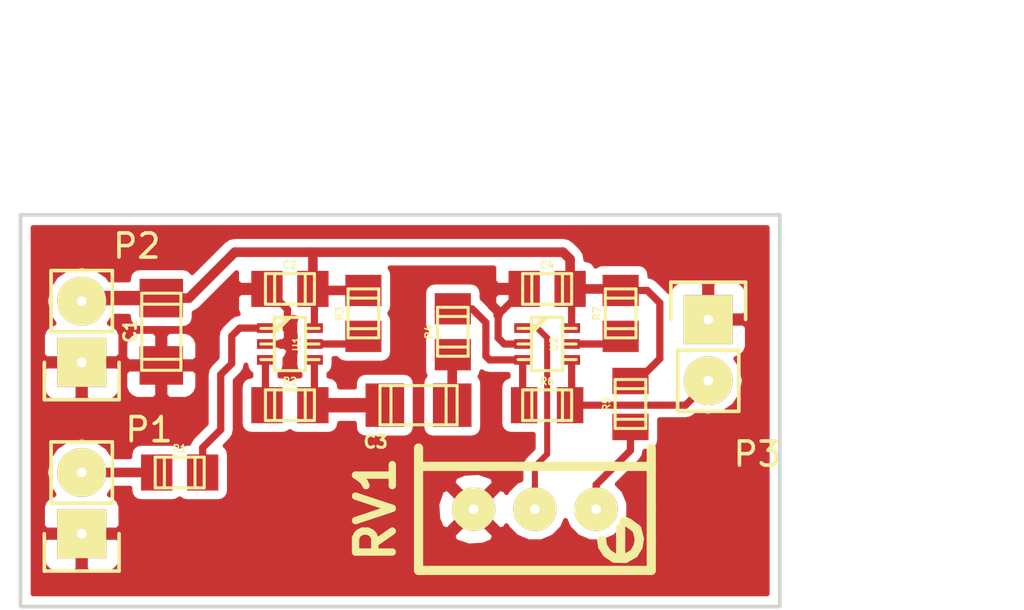
<source format=kicad_pcb>
(kicad_pcb (version 4) (host pcbnew 4.0.2-stable)

  (general
    (links 30)
    (no_connects 0)
    (area 120.795 74.092999 154.4672 90.499001)
    (thickness 1.6)
    (drawings 6)
    (tracks 79)
    (zones 0)
    (modules 17)
    (nets 14)
  )

  (page A4)
  (layers
    (0 F.Cu signal)
    (31 B.Cu signal)
    (32 B.Adhes user)
    (33 F.Adhes user)
    (34 B.Paste user)
    (35 F.Paste user)
    (36 B.SilkS user)
    (37 F.SilkS user)
    (38 B.Mask user)
    (39 F.Mask user)
    (40 Dwgs.User user)
    (41 Cmts.User user)
    (42 Eco1.User user)
    (43 Eco2.User user)
    (44 Edge.Cuts user)
    (45 Margin user)
    (46 B.CrtYd user)
    (47 F.CrtYd user)
    (48 B.Fab user)
    (49 F.Fab user)
  )

  (setup
    (last_trace_width 0.3)
    (user_trace_width 0.3)
    (user_trace_width 0.4)
    (user_trace_width 0.6)
    (user_trace_width 0.8)
    (user_trace_width 1)
    (trace_clearance 0.2)
    (zone_clearance 0.35)
    (zone_45_only yes)
    (trace_min 0.2)
    (segment_width 0.2)
    (edge_width 0.15)
    (via_size 0.6)
    (via_drill 0.4)
    (via_min_size 0.4)
    (via_min_drill 0.3)
    (user_via 0.8 0.3)
    (user_via 1 0.3)
    (user_via 1.2 0.3)
    (uvia_size 0.3)
    (uvia_drill 0.1)
    (uvias_allowed no)
    (uvia_min_size 0.2)
    (uvia_min_drill 0.1)
    (pcb_text_width 0.3)
    (pcb_text_size 1.5 1.5)
    (mod_edge_width 0.15)
    (mod_text_size 1 1)
    (mod_text_width 0.15)
    (pad_size 1.1 1.4986)
    (pad_drill 0)
    (pad_to_mask_clearance 0.2)
    (aux_axis_origin 0 0)
    (visible_elements FFFFFF7F)
    (pcbplotparams
      (layerselection 0x00000_00000001)
      (usegerberextensions false)
      (excludeedgelayer false)
      (linewidth 0.100000)
      (plotframeref false)
      (viasonmask false)
      (mode 1)
      (useauxorigin false)
      (hpglpennumber 1)
      (hpglpenspeed 20)
      (hpglpendiameter 15)
      (hpglpenoverlay 2)
      (psnegative false)
      (psa4output false)
      (plotreference false)
      (plotvalue false)
      (plotinvisibletext false)
      (padsonsilk false)
      (subtractmaskfromsilk false)
      (outputformat 2)
      (mirror false)
      (drillshape 2)
      (scaleselection 1)
      (outputdirectory ""))
  )

  (net 0 "")
  (net 1 +5V)
  (net 2 GND)
  (net 3 "Net-(C3-Pad1)")
  (net 4 "Net-(C3-Pad2)")
  (net 5 "Net-(P1-Pad2)")
  (net 6 "Net-(P3-Pad2)")
  (net 7 "Net-(R1-Pad1)")
  (net 8 "Net-(R2-Pad2)")
  (net 9 "Net-(R3-Pad2)")
  (net 10 "Net-(R4-Pad1)")
  (net 11 "Net-(R5-Pad2)")
  (net 12 "Net-(R7-Pad2)")
  (net 13 "Net-(RV1-Pad2)")

  (net_class Default "This is the default net class."
    (clearance 0.2)
    (trace_width 0.25)
    (via_dia 0.6)
    (via_drill 0.4)
    (uvia_dia 0.3)
    (uvia_drill 0.1)
    (add_net +5V)
    (add_net GND)
    (add_net "Net-(C3-Pad1)")
    (add_net "Net-(C3-Pad2)")
    (add_net "Net-(P1-Pad2)")
    (add_net "Net-(P3-Pad2)")
    (add_net "Net-(R1-Pad1)")
    (add_net "Net-(R2-Pad2)")
    (add_net "Net-(R3-Pad2)")
    (add_net "Net-(R4-Pad1)")
    (add_net "Net-(R5-Pad2)")
    (add_net "Net-(R7-Pad2)")
    (add_net "Net-(RV1-Pad2)")
  )

  (module w_smd_cap:c_1206 (layer F.Cu) (tedit 490473F0) (tstamp 572F5D0C)
    (at 127.762 79.0194 90)
    (descr "SMT capacitor, 1206")
    (path /572F494B)
    (fp_text reference C1 (at 0.0254 -1.2954 90) (layer F.SilkS)
      (effects (font (size 0.50038 0.50038) (thickness 0.11938)))
    )
    (fp_text value 1u (at 0 1.27 90) (layer F.SilkS) hide
      (effects (font (size 0.50038 0.50038) (thickness 0.11938)))
    )
    (fp_line (start 1.143 0.8128) (end 1.143 -0.8128) (layer F.SilkS) (width 0.127))
    (fp_line (start -1.143 -0.8128) (end -1.143 0.8128) (layer F.SilkS) (width 0.127))
    (fp_line (start -1.6002 -0.8128) (end -1.6002 0.8128) (layer F.SilkS) (width 0.127))
    (fp_line (start -1.6002 0.8128) (end 1.6002 0.8128) (layer F.SilkS) (width 0.127))
    (fp_line (start 1.6002 0.8128) (end 1.6002 -0.8128) (layer F.SilkS) (width 0.127))
    (fp_line (start 1.6002 -0.8128) (end -1.6002 -0.8128) (layer F.SilkS) (width 0.127))
    (pad 1 smd rect (at 1.397 0 90) (size 1.6002 1.8034) (layers F.Cu F.Paste F.Mask)
      (net 1 +5V))
    (pad 2 smd rect (at -1.397 0 90) (size 1.6002 1.8034) (layers F.Cu F.Paste F.Mask)
      (net 2 GND))
    (model walter\smd_cap\c_1206.wrl
      (at (xyz 0 0 0))
      (scale (xyz 1 1 1))
      (rotate (xyz 0 0 0))
    )
  )

  (module w_smd_cap:c_0805 (layer F.Cu) (tedit 49047394) (tstamp 572F5D12)
    (at 133.096 77.2414)
    (descr "SMT capacitor, 0805")
    (path /572F4C5E)
    (fp_text reference C2 (at 0 -0.9906) (layer F.SilkS)
      (effects (font (size 0.29972 0.29972) (thickness 0.06096)))
    )
    (fp_text value 100n (at 0 0.9906) (layer F.SilkS) hide
      (effects (font (size 0.29972 0.29972) (thickness 0.06096)))
    )
    (fp_line (start 0.635 -0.635) (end 0.635 0.635) (layer F.SilkS) (width 0.127))
    (fp_line (start -0.635 -0.635) (end -0.635 0.6096) (layer F.SilkS) (width 0.127))
    (fp_line (start -1.016 -0.635) (end 1.016 -0.635) (layer F.SilkS) (width 0.127))
    (fp_line (start 1.016 -0.635) (end 1.016 0.635) (layer F.SilkS) (width 0.127))
    (fp_line (start 1.016 0.635) (end -1.016 0.635) (layer F.SilkS) (width 0.127))
    (fp_line (start -1.016 0.635) (end -1.016 -0.635) (layer F.SilkS) (width 0.127))
    (pad 1 smd rect (at 0.9525 0) (size 1.30048 1.4986) (layers F.Cu F.Paste F.Mask)
      (net 1 +5V))
    (pad 2 smd rect (at -0.9525 0) (size 1.30048 1.4986) (layers F.Cu F.Paste F.Mask)
      (net 2 GND))
    (model walter\smd_cap\c_0805.wrl
      (at (xyz 0 0 0))
      (scale (xyz 1 1 1))
      (rotate (xyz 0 0 0))
    )
  )

  (module w_smd_cap:c_1206 (layer F.Cu) (tedit 572F6447) (tstamp 572F5D18)
    (at 138.43 82.0674 180)
    (descr "SMT capacitor, 1206")
    (path /572F4EB2)
    (fp_text reference C3 (at 1.778 -1.524 180) (layer F.SilkS)
      (effects (font (size 0.50038 0.50038) (thickness 0.11938)))
    )
    (fp_text value >1u (at 0 1.27 180) (layer F.SilkS) hide
      (effects (font (size 0.50038 0.50038) (thickness 0.11938)))
    )
    (fp_line (start 1.143 0.8128) (end 1.143 -0.8128) (layer F.SilkS) (width 0.127))
    (fp_line (start -1.143 -0.8128) (end -1.143 0.8128) (layer F.SilkS) (width 0.127))
    (fp_line (start -1.6002 -0.8128) (end -1.6002 0.8128) (layer F.SilkS) (width 0.127))
    (fp_line (start -1.6002 0.8128) (end 1.6002 0.8128) (layer F.SilkS) (width 0.127))
    (fp_line (start 1.6002 0.8128) (end 1.6002 -0.8128) (layer F.SilkS) (width 0.127))
    (fp_line (start 1.6002 -0.8128) (end -1.6002 -0.8128) (layer F.SilkS) (width 0.127))
    (pad 1 smd rect (at 1.397 0 180) (size 1.6002 1.8034) (layers F.Cu F.Paste F.Mask)
      (net 3 "Net-(C3-Pad1)"))
    (pad 2 smd rect (at -1.397 0 180) (size 1.6002 1.8034) (layers F.Cu F.Paste F.Mask)
      (net 4 "Net-(C3-Pad2)"))
    (model walter\smd_cap\c_1206.wrl
      (at (xyz 0 0 0))
      (scale (xyz 1 1 1))
      (rotate (xyz 0 0 0))
    )
  )

  (module w_smd_cap:c_0805 (layer F.Cu) (tedit 49047394) (tstamp 572F5D1E)
    (at 143.764 77.2414)
    (descr "SMT capacitor, 0805")
    (path /572F56A6)
    (fp_text reference C4 (at 0 -0.9906) (layer F.SilkS)
      (effects (font (size 0.29972 0.29972) (thickness 0.06096)))
    )
    (fp_text value 100n (at 0 0.9906) (layer F.SilkS) hide
      (effects (font (size 0.29972 0.29972) (thickness 0.06096)))
    )
    (fp_line (start 0.635 -0.635) (end 0.635 0.635) (layer F.SilkS) (width 0.127))
    (fp_line (start -0.635 -0.635) (end -0.635 0.6096) (layer F.SilkS) (width 0.127))
    (fp_line (start -1.016 -0.635) (end 1.016 -0.635) (layer F.SilkS) (width 0.127))
    (fp_line (start 1.016 -0.635) (end 1.016 0.635) (layer F.SilkS) (width 0.127))
    (fp_line (start 1.016 0.635) (end -1.016 0.635) (layer F.SilkS) (width 0.127))
    (fp_line (start -1.016 0.635) (end -1.016 -0.635) (layer F.SilkS) (width 0.127))
    (pad 1 smd rect (at 0.9525 0) (size 1.30048 1.4986) (layers F.Cu F.Paste F.Mask)
      (net 1 +5V))
    (pad 2 smd rect (at -0.9525 0) (size 1.30048 1.4986) (layers F.Cu F.Paste F.Mask)
      (net 2 GND))
    (model walter\smd_cap\c_0805.wrl
      (at (xyz 0 0 0))
      (scale (xyz 1 1 1))
      (rotate (xyz 0 0 0))
    )
  )

  (module Pin_Headers:Pin_Header_Straight_1x02 (layer F.Cu) (tedit 572F6127) (tstamp 572F5D24)
    (at 124.46 87.4014 180)
    (descr "Through hole pin header")
    (tags "pin header")
    (path /572F4AA6)
    (fp_text reference P1 (at -2.794 4.318 180) (layer F.SilkS)
      (effects (font (size 1 1) (thickness 0.15)))
    )
    (fp_text value SIG_IN (at 2.54 1.27 270) (layer F.Fab)
      (effects (font (size 1 1) (thickness 0.15)))
    )
    (fp_line (start 1.27 1.27) (end 1.27 3.81) (layer F.SilkS) (width 0.15))
    (fp_line (start 1.55 -1.55) (end 1.55 0) (layer F.SilkS) (width 0.15))
    (fp_line (start -1.75 -1.75) (end -1.75 4.3) (layer F.CrtYd) (width 0.05))
    (fp_line (start 1.75 -1.75) (end 1.75 4.3) (layer F.CrtYd) (width 0.05))
    (fp_line (start -1.75 -1.75) (end 1.75 -1.75) (layer F.CrtYd) (width 0.05))
    (fp_line (start -1.75 4.3) (end 1.75 4.3) (layer F.CrtYd) (width 0.05))
    (fp_line (start 1.27 1.27) (end -1.27 1.27) (layer F.SilkS) (width 0.15))
    (fp_line (start -1.55 0) (end -1.55 -1.55) (layer F.SilkS) (width 0.15))
    (fp_line (start -1.55 -1.55) (end 1.55 -1.55) (layer F.SilkS) (width 0.15))
    (fp_line (start -1.27 1.27) (end -1.27 3.81) (layer F.SilkS) (width 0.15))
    (fp_line (start -1.27 3.81) (end 1.27 3.81) (layer F.SilkS) (width 0.15))
    (pad 1 thru_hole rect (at 0 0 180) (size 2.032 2.032) (drill 0.4) (layers *.Cu *.Mask F.SilkS)
      (net 2 GND))
    (pad 2 thru_hole oval (at 0 2.54 180) (size 2.032 2.032) (drill 0.4) (layers *.Cu *.Mask F.SilkS)
      (net 5 "Net-(P1-Pad2)"))
    (model Pin_Headers.3dshapes/Pin_Header_Straight_1x02.wrl
      (at (xyz 0 -0.05 0))
      (scale (xyz 1 1 1))
      (rotate (xyz 0 0 90))
    )
  )

  (module Pin_Headers:Pin_Header_Straight_1x02 (layer F.Cu) (tedit 572F6433) (tstamp 572F5D2A)
    (at 124.46 80.2894 180)
    (descr "Through hole pin header")
    (tags "pin header")
    (path /572F481A)
    (fp_text reference P2 (at -2.286 4.826 180) (layer F.SilkS)
      (effects (font (size 1 1) (thickness 0.15)))
    )
    (fp_text value POWER (at 2.54 1.27 270) (layer F.Fab)
      (effects (font (size 1 1) (thickness 0.15)))
    )
    (fp_line (start 1.27 1.27) (end 1.27 3.81) (layer F.SilkS) (width 0.15))
    (fp_line (start 1.55 -1.55) (end 1.55 0) (layer F.SilkS) (width 0.15))
    (fp_line (start -1.75 -1.75) (end -1.75 4.3) (layer F.CrtYd) (width 0.05))
    (fp_line (start 1.75 -1.75) (end 1.75 4.3) (layer F.CrtYd) (width 0.05))
    (fp_line (start -1.75 -1.75) (end 1.75 -1.75) (layer F.CrtYd) (width 0.05))
    (fp_line (start -1.75 4.3) (end 1.75 4.3) (layer F.CrtYd) (width 0.05))
    (fp_line (start 1.27 1.27) (end -1.27 1.27) (layer F.SilkS) (width 0.15))
    (fp_line (start -1.55 0) (end -1.55 -1.55) (layer F.SilkS) (width 0.15))
    (fp_line (start -1.55 -1.55) (end 1.55 -1.55) (layer F.SilkS) (width 0.15))
    (fp_line (start -1.27 1.27) (end -1.27 3.81) (layer F.SilkS) (width 0.15))
    (fp_line (start -1.27 3.81) (end 1.27 3.81) (layer F.SilkS) (width 0.15))
    (pad 1 thru_hole rect (at 0 0 180) (size 2.032 2.032) (drill 0.4) (layers *.Cu *.Mask F.SilkS)
      (net 2 GND))
    (pad 2 thru_hole oval (at 0 2.54 180) (size 2.032 2.032) (drill 0.4) (layers *.Cu *.Mask F.SilkS)
      (net 1 +5V))
    (model Pin_Headers.3dshapes/Pin_Header_Straight_1x02.wrl
      (at (xyz 0 -0.05 0))
      (scale (xyz 1 1 1))
      (rotate (xyz 0 0 90))
    )
  )

  (module Pin_Headers:Pin_Header_Straight_1x02 (layer F.Cu) (tedit 572F6437) (tstamp 572F5D30)
    (at 150.4442 78.5114)
    (descr "Through hole pin header")
    (tags "pin header")
    (path /572F52E4)
    (fp_text reference P3 (at 2.032 5.588) (layer F.SilkS)
      (effects (font (size 1 1) (thickness 0.15)))
    )
    (fp_text value SIG_OUT (at 3.048 1.524 90) (layer F.Fab)
      (effects (font (size 1 1) (thickness 0.15)))
    )
    (fp_line (start 1.27 1.27) (end 1.27 3.81) (layer F.SilkS) (width 0.15))
    (fp_line (start 1.55 -1.55) (end 1.55 0) (layer F.SilkS) (width 0.15))
    (fp_line (start -1.75 -1.75) (end -1.75 4.3) (layer F.CrtYd) (width 0.05))
    (fp_line (start 1.75 -1.75) (end 1.75 4.3) (layer F.CrtYd) (width 0.05))
    (fp_line (start -1.75 -1.75) (end 1.75 -1.75) (layer F.CrtYd) (width 0.05))
    (fp_line (start -1.75 4.3) (end 1.75 4.3) (layer F.CrtYd) (width 0.05))
    (fp_line (start 1.27 1.27) (end -1.27 1.27) (layer F.SilkS) (width 0.15))
    (fp_line (start -1.55 0) (end -1.55 -1.55) (layer F.SilkS) (width 0.15))
    (fp_line (start -1.55 -1.55) (end 1.55 -1.55) (layer F.SilkS) (width 0.15))
    (fp_line (start -1.27 1.27) (end -1.27 3.81) (layer F.SilkS) (width 0.15))
    (fp_line (start -1.27 3.81) (end 1.27 3.81) (layer F.SilkS) (width 0.15))
    (pad 1 thru_hole rect (at 0 0) (size 2.032 2.032) (drill 0.4) (layers *.Cu *.Mask F.SilkS)
      (net 2 GND))
    (pad 2 thru_hole oval (at 0 2.54) (size 2.032 2.032) (drill 0.4) (layers *.Cu *.Mask F.SilkS)
      (net 6 "Net-(P3-Pad2)"))
    (model Pin_Headers.3dshapes/Pin_Header_Straight_1x02.wrl
      (at (xyz 0 -0.05 0))
      (scale (xyz 1 1 1))
      (rotate (xyz 0 0 90))
    )
  )

  (module w_smd_resistors:r_0805 (layer F.Cu) (tedit 49047384) (tstamp 572F5D36)
    (at 128.524 84.8614)
    (descr "SMT resistor, 0805")
    (path /572F4589)
    (fp_text reference R1 (at 0 -0.9906) (layer F.SilkS)
      (effects (font (size 0.29972 0.29972) (thickness 0.06096)))
    )
    (fp_text value 10k (at 0 0.9906) (layer F.SilkS) hide
      (effects (font (size 0.29972 0.29972) (thickness 0.06096)))
    )
    (fp_line (start 0.635 -0.635) (end 0.635 0.635) (layer F.SilkS) (width 0.127))
    (fp_line (start -0.635 -0.635) (end -0.635 0.6096) (layer F.SilkS) (width 0.127))
    (fp_line (start -1.016 -0.635) (end 1.016 -0.635) (layer F.SilkS) (width 0.127))
    (fp_line (start 1.016 -0.635) (end 1.016 0.635) (layer F.SilkS) (width 0.127))
    (fp_line (start 1.016 0.635) (end -1.016 0.635) (layer F.SilkS) (width 0.127))
    (fp_line (start -1.016 0.635) (end -1.016 -0.635) (layer F.SilkS) (width 0.127))
    (pad 1 smd rect (at 0.9525 0) (size 1.30048 1.4986) (layers F.Cu F.Paste F.Mask)
      (net 7 "Net-(R1-Pad1)"))
    (pad 2 smd rect (at -0.9525 0) (size 1.30048 1.4986) (layers F.Cu F.Paste F.Mask)
      (net 5 "Net-(P1-Pad2)"))
    (model walter/smd_resistors/r_0805.wrl
      (at (xyz 0 0 0))
      (scale (xyz 1 1 1))
      (rotate (xyz 0 0 0))
    )
  )

  (module w_smd_resistors:r_0805 (layer F.Cu) (tedit 49047384) (tstamp 572F5D3C)
    (at 133.096 82.0674)
    (descr "SMT resistor, 0805")
    (path /572F45B6)
    (fp_text reference R2 (at 0 -0.9906) (layer F.SilkS)
      (effects (font (size 0.29972 0.29972) (thickness 0.06096)))
    )
    (fp_text value 10k (at 0 0.9906) (layer F.SilkS) hide
      (effects (font (size 0.29972 0.29972) (thickness 0.06096)))
    )
    (fp_line (start 0.635 -0.635) (end 0.635 0.635) (layer F.SilkS) (width 0.127))
    (fp_line (start -0.635 -0.635) (end -0.635 0.6096) (layer F.SilkS) (width 0.127))
    (fp_line (start -1.016 -0.635) (end 1.016 -0.635) (layer F.SilkS) (width 0.127))
    (fp_line (start 1.016 -0.635) (end 1.016 0.635) (layer F.SilkS) (width 0.127))
    (fp_line (start 1.016 0.635) (end -1.016 0.635) (layer F.SilkS) (width 0.127))
    (fp_line (start -1.016 0.635) (end -1.016 -0.635) (layer F.SilkS) (width 0.127))
    (pad 1 smd rect (at 0.9525 0) (size 1.30048 1.4986) (layers F.Cu F.Paste F.Mask)
      (net 3 "Net-(C3-Pad1)"))
    (pad 2 smd rect (at -0.9525 0) (size 1.30048 1.4986) (layers F.Cu F.Paste F.Mask)
      (net 8 "Net-(R2-Pad2)"))
    (model walter/smd_resistors/r_0805.wrl
      (at (xyz 0 0 0))
      (scale (xyz 1 1 1))
      (rotate (xyz 0 0 0))
    )
  )

  (module w_smd_resistors:r_0805 (layer F.Cu) (tedit 49047384) (tstamp 572F5D42)
    (at 136.144 78.2574 90)
    (descr "SMT resistor, 0805")
    (path /572F44C4)
    (fp_text reference R3 (at 0 -0.9906 90) (layer F.SilkS)
      (effects (font (size 0.29972 0.29972) (thickness 0.06096)))
    )
    (fp_text value 0 (at 0 0.9906 90) (layer F.SilkS) hide
      (effects (font (size 0.29972 0.29972) (thickness 0.06096)))
    )
    (fp_line (start 0.635 -0.635) (end 0.635 0.635) (layer F.SilkS) (width 0.127))
    (fp_line (start -0.635 -0.635) (end -0.635 0.6096) (layer F.SilkS) (width 0.127))
    (fp_line (start -1.016 -0.635) (end 1.016 -0.635) (layer F.SilkS) (width 0.127))
    (fp_line (start 1.016 -0.635) (end 1.016 0.635) (layer F.SilkS) (width 0.127))
    (fp_line (start 1.016 0.635) (end -1.016 0.635) (layer F.SilkS) (width 0.127))
    (fp_line (start -1.016 0.635) (end -1.016 -0.635) (layer F.SilkS) (width 0.127))
    (pad 1 smd rect (at 0.9525 0 90) (size 1.30048 1.4986) (layers F.Cu F.Paste F.Mask)
      (net 1 +5V))
    (pad 2 smd rect (at -0.9525 0 90) (size 1.30048 1.4986) (layers F.Cu F.Paste F.Mask)
      (net 9 "Net-(R3-Pad2)"))
    (model walter/smd_resistors/r_0805.wrl
      (at (xyz 0 0 0))
      (scale (xyz 1 1 1))
      (rotate (xyz 0 0 0))
    )
  )

  (module w_smd_resistors:r_0805 (layer F.Cu) (tedit 49047384) (tstamp 572F5D48)
    (at 139.8524 79.0194 90)
    (descr "SMT resistor, 0805")
    (path /572F5051)
    (fp_text reference R4 (at 0 -0.9906 90) (layer F.SilkS)
      (effects (font (size 0.29972 0.29972) (thickness 0.06096)))
    )
    (fp_text value 1k (at 0 0.9906 90) (layer F.SilkS) hide
      (effects (font (size 0.29972 0.29972) (thickness 0.06096)))
    )
    (fp_line (start 0.635 -0.635) (end 0.635 0.635) (layer F.SilkS) (width 0.127))
    (fp_line (start -0.635 -0.635) (end -0.635 0.6096) (layer F.SilkS) (width 0.127))
    (fp_line (start -1.016 -0.635) (end 1.016 -0.635) (layer F.SilkS) (width 0.127))
    (fp_line (start 1.016 -0.635) (end 1.016 0.635) (layer F.SilkS) (width 0.127))
    (fp_line (start 1.016 0.635) (end -1.016 0.635) (layer F.SilkS) (width 0.127))
    (fp_line (start -1.016 0.635) (end -1.016 -0.635) (layer F.SilkS) (width 0.127))
    (pad 1 smd rect (at 0.9525 0 90) (size 1.30048 1.4986) (layers F.Cu F.Paste F.Mask)
      (net 10 "Net-(R4-Pad1)"))
    (pad 2 smd rect (at -0.9525 0 90) (size 1.30048 1.4986) (layers F.Cu F.Paste F.Mask)
      (net 4 "Net-(C3-Pad2)"))
    (model walter/smd_resistors/r_0805.wrl
      (at (xyz 0 0 0))
      (scale (xyz 1 1 1))
      (rotate (xyz 0 0 0))
    )
  )

  (module w_smd_resistors:r_0805 (layer F.Cu) (tedit 572F68DE) (tstamp 572F5D4E)
    (at 147.2184 82.0166 90)
    (descr "SMT resistor, 0805")
    (path /572F59AA)
    (fp_text reference R5 (at 0 -0.9906 90) (layer F.SilkS)
      (effects (font (size 0.29972 0.29972) (thickness 0.06096)))
    )
    (fp_text value 470 (at 0 0.9906 90) (layer F.SilkS) hide
      (effects (font (size 0.29972 0.29972) (thickness 0.06096)))
    )
    (fp_line (start 0.635 -0.635) (end 0.635 0.635) (layer F.SilkS) (width 0.127))
    (fp_line (start -0.635 -0.635) (end -0.635 0.6096) (layer F.SilkS) (width 0.127))
    (fp_line (start -1.016 -0.635) (end 1.016 -0.635) (layer F.SilkS) (width 0.127))
    (fp_line (start 1.016 -0.635) (end 1.016 0.635) (layer F.SilkS) (width 0.127))
    (fp_line (start 1.016 0.635) (end -1.016 0.635) (layer F.SilkS) (width 0.127))
    (fp_line (start -1.016 0.635) (end -1.016 -0.635) (layer F.SilkS) (width 0.127))
    (pad 1 smd rect (at 0.9525 0 90) (size 1.1 1.4986) (layers F.Cu F.Paste F.Mask)
      (net 1 +5V))
    (pad 2 smd rect (at -0.9525 0 90) (size 1.1 1.4986) (layers F.Cu F.Paste F.Mask)
      (net 11 "Net-(R5-Pad2)"))
    (model walter/smd_resistors/r_0805.wrl
      (at (xyz 0 0 0))
      (scale (xyz 1 1 1))
      (rotate (xyz 0 0 0))
    )
  )

  (module w_smd_resistors:r_0805 (layer F.Cu) (tedit 572F6947) (tstamp 572F5D54)
    (at 143.764 82.0674)
    (descr "SMT resistor, 0805")
    (path /572F51FB)
    (fp_text reference R6 (at 0 -0.9906) (layer F.SilkS)
      (effects (font (size 0.29972 0.29972) (thickness 0.06096)))
    )
    (fp_text value 10k (at 0 0.9906) (layer F.SilkS) hide
      (effects (font (size 0.29972 0.29972) (thickness 0.06096)))
    )
    (fp_line (start 0.635 -0.635) (end 0.635 0.635) (layer F.SilkS) (width 0.127))
    (fp_line (start -0.635 -0.635) (end -0.635 0.6096) (layer F.SilkS) (width 0.127))
    (fp_line (start -1.016 -0.635) (end 1.016 -0.635) (layer F.SilkS) (width 0.127))
    (fp_line (start 1.016 -0.635) (end 1.016 0.635) (layer F.SilkS) (width 0.127))
    (fp_line (start 1.016 0.635) (end -1.016 0.635) (layer F.SilkS) (width 0.127))
    (fp_line (start -1.016 0.635) (end -1.016 -0.635) (layer F.SilkS) (width 0.127))
    (pad 1 smd rect (at 0.9525 0) (size 1.1 1.4986) (layers F.Cu F.Paste F.Mask)
      (net 6 "Net-(P3-Pad2)"))
    (pad 2 smd rect (at -0.9525 0) (size 1.1 1.4986) (layers F.Cu F.Paste F.Mask)
      (net 10 "Net-(R4-Pad1)"))
    (model walter/smd_resistors/r_0805.wrl
      (at (xyz 0 0 0))
      (scale (xyz 1 1 1))
      (rotate (xyz 0 0 0))
    )
  )

  (module w_smd_resistors:r_0805 (layer F.Cu) (tedit 49047384) (tstamp 572F5D5A)
    (at 146.812 78.2574 90)
    (descr "SMT resistor, 0805")
    (path /572F54C2)
    (fp_text reference R7 (at 0 -0.9906 90) (layer F.SilkS)
      (effects (font (size 0.29972 0.29972) (thickness 0.06096)))
    )
    (fp_text value 0 (at 0 0.9906 90) (layer F.SilkS) hide
      (effects (font (size 0.29972 0.29972) (thickness 0.06096)))
    )
    (fp_line (start 0.635 -0.635) (end 0.635 0.635) (layer F.SilkS) (width 0.127))
    (fp_line (start -0.635 -0.635) (end -0.635 0.6096) (layer F.SilkS) (width 0.127))
    (fp_line (start -1.016 -0.635) (end 1.016 -0.635) (layer F.SilkS) (width 0.127))
    (fp_line (start 1.016 -0.635) (end 1.016 0.635) (layer F.SilkS) (width 0.127))
    (fp_line (start 1.016 0.635) (end -1.016 0.635) (layer F.SilkS) (width 0.127))
    (fp_line (start -1.016 0.635) (end -1.016 -0.635) (layer F.SilkS) (width 0.127))
    (pad 1 smd rect (at 0.9525 0 90) (size 1.30048 1.4986) (layers F.Cu F.Paste F.Mask)
      (net 1 +5V))
    (pad 2 smd rect (at -0.9525 0 90) (size 1.30048 1.4986) (layers F.Cu F.Paste F.Mask)
      (net 12 "Net-(R7-Pad2)"))
    (model walter/smd_resistors/r_0805.wrl
      (at (xyz 0 0 0))
      (scale (xyz 1 1 1))
      (rotate (xyz 0 0 0))
    )
  )

  (module Potentiometer_RevB_02Aug2010:Potentiometer_Bourns_3296W_3-8Zoll_Inline_ScrewUp (layer F.Cu) (tedit 572F6439) (tstamp 572F5D61)
    (at 143.256 86.3854 90)
    (descr "Potentiometer, Trimmer, Bourns 3296W, 3/8 Inch, Inline, Screw up,")
    (tags "Potentiometer, Trimmer, Bourns 3296W, 3/8 Inch, Inline, Screw up")
    (path /572F583C)
    (fp_text reference RV1 (at 0 -6.604 90) (layer F.SilkS)
      (effects (font (thickness 0.3048)))
    )
    (fp_text value 1k (at 1.27 7.62 90) (layer F.SilkS) hide
      (effects (font (thickness 0.3048)))
    )
    (fp_line (start -2.032 3.556) (end -0.762 3.556) (layer F.SilkS) (width 0.381))
    (fp_line (start -1.2827 2.7686) (end -1.5367 2.8067) (layer F.SilkS) (width 0.381))
    (fp_line (start -1.5367 2.8067) (end -1.8161 2.9845) (layer F.SilkS) (width 0.381))
    (fp_line (start -1.8161 2.9845) (end -2.032 3.302) (layer F.SilkS) (width 0.381))
    (fp_line (start -2.032 3.302) (end -2.0447 3.7465) (layer F.SilkS) (width 0.381))
    (fp_line (start -2.0447 3.7465) (end -1.8415 4.1021) (layer F.SilkS) (width 0.381))
    (fp_line (start -1.8415 4.1021) (end -1.5494 4.2799) (layer F.SilkS) (width 0.381))
    (fp_line (start -1.5494 4.2799) (end -1.2319 4.3307) (layer F.SilkS) (width 0.381))
    (fp_line (start -1.2319 4.3307) (end -0.8255 4.2291) (layer F.SilkS) (width 0.381))
    (fp_line (start -0.8255 4.2291) (end -0.5715 3.8862) (layer F.SilkS) (width 0.381))
    (fp_line (start -0.5715 3.8862) (end -0.4826 3.7084) (layer F.SilkS) (width 0.381))
    (fp_line (start 1.778 -4.826) (end 1.778 4.826) (layer F.SilkS) (width 0.381))
    (fp_line (start -1.27 4.826) (end -2.54 4.826) (layer F.SilkS) (width 0.381))
    (fp_line (start -2.54 4.826) (end -2.54 -4.826) (layer F.SilkS) (width 0.381))
    (fp_line (start -2.54 -4.826) (end 2.54 -4.826) (layer F.SilkS) (width 0.381))
    (fp_line (start 2.54 4.826) (end 0 4.826) (layer F.SilkS) (width 0.381))
    (fp_line (start 0 4.826) (end -1.27 4.826) (layer F.SilkS) (width 0.381))
    (pad 2 thru_hole circle (at 0 0 90) (size 1.8 1.8) (drill 0.4) (layers *.Cu *.Mask F.SilkS)
      (net 13 "Net-(RV1-Pad2)"))
    (pad 3 thru_hole circle (at 0 -2.54 90) (size 1.8 1.8) (drill 0.4) (layers *.Cu *.Mask F.SilkS)
      (net 2 GND))
    (pad 1 thru_hole circle (at 0 2.54 90) (size 1.8 1.8) (drill 0.4) (layers *.Cu *.Mask F.SilkS)
      (net 11 "Net-(R5-Pad2)"))
  )

  (module w_smd_trans:sc70-6 (layer F.Cu) (tedit 490474FF) (tstamp 572F5D6B)
    (at 133.096 79.5274 270)
    (descr SC70-6)
    (path /572F4386)
    (fp_text reference U1 (at 0 -0.2794 270) (layer F.SilkS)
      (effects (font (size 0.29972 0.29972) (thickness 0.06096)))
    )
    (fp_text value MAX9617 (at 0 0.3556 270) (layer F.SilkS) hide
      (effects (font (size 0.29972 0.29972) (thickness 0.06096)))
    )
    (fp_line (start 0 -0.6477) (end 0 -1.2065) (layer F.SilkS) (width 0.127))
    (fp_line (start -0.4445 0.6477) (end -1.1049 -0.0127) (layer F.SilkS) (width 0.127))
    (fp_line (start -0.5969 0.6477) (end -1.1049 0.1524) (layer F.SilkS) (width 0.127))
    (fp_line (start 0.6477 -0.6477) (end 0.6477 -1.2065) (layer F.SilkS) (width 0.127))
    (fp_line (start -0.6477 -0.6477) (end -0.6477 -1.2065) (layer F.SilkS) (width 0.127))
    (fp_line (start 0 0.6477) (end 0 1.2065) (layer F.SilkS) (width 0.127))
    (fp_line (start 0.6477 0.6477) (end 0.6477 1.2065) (layer F.SilkS) (width 0.127))
    (fp_line (start -0.6477 0.6477) (end -0.6477 1.2065) (layer F.SilkS) (width 0.127))
    (fp_line (start -1.1049 -0.6477) (end 1.1049 -0.6477) (layer F.SilkS) (width 0.127))
    (fp_line (start 1.1049 -0.6477) (end 1.1049 0.6477) (layer F.SilkS) (width 0.127))
    (fp_line (start 1.1049 0.6477) (end -1.1049 0.6477) (layer F.SilkS) (width 0.127))
    (fp_line (start -1.1049 0.6477) (end -1.1049 -0.6477) (layer F.SilkS) (width 0.127))
    (pad 1 smd rect (at -0.6604 1.016 270) (size 0.4064 0.7) (layers F.Cu F.Paste F.Mask)
      (net 7 "Net-(R1-Pad1)"))
    (pad 3 smd rect (at 0.6604 1.016 270) (size 0.4064 0.7) (layers F.Cu F.Paste F.Mask)
      (net 8 "Net-(R2-Pad2)"))
    (pad 2 smd rect (at 0 1.016 270) (size 0.4064 0.7) (layers F.Cu F.Paste F.Mask)
      (net 2 GND))
    (pad 4 smd rect (at 0.6604 -1.016 270) (size 0.4064 0.7) (layers F.Cu F.Paste F.Mask)
      (net 3 "Net-(C3-Pad1)"))
    (pad 6 smd rect (at -0.6604 -1.016 270) (size 0.4064 0.7) (layers F.Cu F.Paste F.Mask)
      (net 1 +5V))
    (pad 5 smd rect (at 0 -1.016 270) (size 0.4064 0.7) (layers F.Cu F.Paste F.Mask)
      (net 9 "Net-(R3-Pad2)"))
    (model walter/smd_trans/sc70-6.wrl
      (at (xyz 0 0 0))
      (scale (xyz 1 1 1))
      (rotate (xyz 0 0 0))
    )
  )

  (module w_smd_trans:sc70-6 (layer F.Cu) (tedit 572F6055) (tstamp 572F5D75)
    (at 143.764 79.5274 270)
    (descr SC70-6)
    (path /572F4FD3)
    (fp_text reference U2 (at 0 -0.2794 270) (layer F.SilkS)
      (effects (font (size 0.29972 0.29972) (thickness 0.06096)))
    )
    (fp_text value MAX9617 (at 0 0.3556 270) (layer F.SilkS) hide
      (effects (font (size 0.29972 0.29972) (thickness 0.06096)))
    )
    (fp_line (start 0 -0.6477) (end 0 -1.2065) (layer F.SilkS) (width 0.127))
    (fp_line (start -0.4445 0.6477) (end -1.1049 -0.0127) (layer F.SilkS) (width 0.127))
    (fp_line (start -0.5969 0.6477) (end -1.1049 0.1524) (layer F.SilkS) (width 0.127))
    (fp_line (start 0.6477 -0.6477) (end 0.6477 -1.2065) (layer F.SilkS) (width 0.127))
    (fp_line (start -0.6477 -0.6477) (end -0.6477 -1.2065) (layer F.SilkS) (width 0.127))
    (fp_line (start 0 0.6477) (end 0 1.2065) (layer F.SilkS) (width 0.127))
    (fp_line (start 0.6477 0.6477) (end 0.6477 1.2065) (layer F.SilkS) (width 0.127))
    (fp_line (start -0.6477 0.6477) (end -0.6477 1.2065) (layer F.SilkS) (width 0.127))
    (fp_line (start -1.1049 -0.6477) (end 1.1049 -0.6477) (layer F.SilkS) (width 0.127))
    (fp_line (start 1.1049 -0.6477) (end 1.1049 0.6477) (layer F.SilkS) (width 0.127))
    (fp_line (start 1.1049 0.6477) (end -1.1049 0.6477) (layer F.SilkS) (width 0.127))
    (fp_line (start -1.1049 0.6477) (end -1.1049 -0.6477) (layer F.SilkS) (width 0.127))
    (pad 1 smd rect (at -0.6604 1.016 270) (size 0.4064 0.7) (layers F.Cu F.Paste F.Mask)
      (net 13 "Net-(RV1-Pad2)"))
    (pad 3 smd rect (at 0.6604 1.016 270) (size 0.4064 0.7) (layers F.Cu F.Paste F.Mask)
      (net 10 "Net-(R4-Pad1)"))
    (pad 2 smd rect (at 0 1.016 270) (size 0.4064 0.7) (layers F.Cu F.Paste F.Mask)
      (net 2 GND))
    (pad 4 smd rect (at 0.6604 -1.016 270) (size 0.4064 0.7) (layers F.Cu F.Paste F.Mask)
      (net 6 "Net-(P3-Pad2)"))
    (pad 6 smd rect (at -0.6604 -1.016 270) (size 0.4064 0.7) (layers F.Cu F.Paste F.Mask)
      (net 1 +5V))
    (pad 5 smd rect (at 0 -1.016 270) (size 0.4064 0.7) (layers F.Cu F.Paste F.Mask)
      (net 12 "Net-(R7-Pad2)"))
    (model walter/smd_trans/sc70-6.wrl
      (at (xyz 0 0 0))
      (scale (xyz 1 1 1))
      (rotate (xyz 0 0 0))
    )
  )

  (dimension 16.256 (width 0.3) (layer Cmts.User)
    (gr_text "16,256 mm" (at 160.862 82.296 270) (layer Cmts.User)
      (effects (font (size 1.5 1.5) (thickness 0.3)))
    )
    (feature1 (pts (xy 153.416 90.424) (xy 162.212 90.424)))
    (feature2 (pts (xy 153.416 74.168) (xy 162.212 74.168)))
    (crossbar (pts (xy 159.512 74.168) (xy 159.512 90.424)))
    (arrow1a (pts (xy 159.512 90.424) (xy 158.925579 89.297496)))
    (arrow1b (pts (xy 159.512 90.424) (xy 160.098421 89.297496)))
    (arrow2a (pts (xy 159.512 74.168) (xy 158.925579 75.294504)))
    (arrow2b (pts (xy 159.512 74.168) (xy 160.098421 75.294504)))
  )
  (dimension 31.496 (width 0.3) (layer Cmts.User)
    (gr_text "31,496 mm" (at 137.668 67.103) (layer Cmts.User)
      (effects (font (size 1.5 1.5) (thickness 0.3)))
    )
    (feature1 (pts (xy 153.416 74.168) (xy 153.416 65.753)))
    (feature2 (pts (xy 121.92 74.168) (xy 121.92 65.753)))
    (crossbar (pts (xy 121.92 68.453) (xy 153.416 68.453)))
    (arrow1a (pts (xy 153.416 68.453) (xy 152.289496 69.039421)))
    (arrow1b (pts (xy 153.416 68.453) (xy 152.289496 67.866579)))
    (arrow2a (pts (xy 121.92 68.453) (xy 123.046504 69.039421)))
    (arrow2b (pts (xy 121.92 68.453) (xy 123.046504 67.866579)))
  )
  (gr_line (start 153.416 74.168) (end 121.92 74.168) (angle 90) (layer Edge.Cuts) (width 0.15))
  (gr_line (start 153.416 90.424) (end 153.416 74.168) (angle 90) (layer Edge.Cuts) (width 0.15))
  (gr_line (start 121.92 90.424) (end 153.416 90.424) (angle 90) (layer Edge.Cuts) (width 0.15))
  (gr_line (start 121.92 74.168) (end 121.92 90.424) (angle 90) (layer Edge.Cuts) (width 0.15))

  (segment (start 147.2184 81.0641) (end 147.5105 81.0641) (width 0.3) (layer F.Cu) (net 1))
  (segment (start 147.5105 81.0641) (end 148.4376 80.137) (width 0.3) (layer F.Cu) (net 1) (tstamp 572F690A))
  (segment (start 148.4376 80.137) (end 148.4376 77.8256) (width 0.3) (layer F.Cu) (net 1) (tstamp 572F690B))
  (segment (start 148.4376 77.8256) (end 147.9169 77.3049) (width 0.3) (layer F.Cu) (net 1) (tstamp 572F690C))
  (segment (start 147.9169 77.3049) (end 146.812 77.3049) (width 0.3) (layer F.Cu) (net 1) (tstamp 572F690D))
  (segment (start 134.0104 75.7174) (end 144.4244 75.7174) (width 0.4) (layer F.Cu) (net 1))
  (segment (start 144.7165 76.0095) (end 144.7165 77.2414) (width 0.4) (layer F.Cu) (net 1) (tstamp 572F64C4))
  (segment (start 144.4244 75.7174) (end 144.7165 76.0095) (width 0.4) (layer F.Cu) (net 1) (tstamp 572F64BF))
  (segment (start 127.762 77.6224) (end 128.905 77.6224) (width 0.4) (layer F.Cu) (net 1))
  (segment (start 134.0485 75.7555) (end 134.0485 77.2414) (width 0.4) (layer F.Cu) (net 1) (tstamp 572F648E))
  (segment (start 134.0104 75.7174) (end 134.0485 75.7555) (width 0.4) (layer F.Cu) (net 1) (tstamp 572F648D))
  (segment (start 130.81 75.7174) (end 134.0104 75.7174) (width 0.4) (layer F.Cu) (net 1) (tstamp 572F648B))
  (segment (start 128.905 77.6224) (end 130.81 75.7174) (width 0.4) (layer F.Cu) (net 1) (tstamp 572F648A))
  (segment (start 144.78 78.867) (end 144.78 77.3049) (width 0.3) (layer F.Cu) (net 1))
  (segment (start 144.78 77.3049) (end 144.7165 77.2414) (width 0.3) (layer F.Cu) (net 1) (tstamp 572F62A3))
  (segment (start 144.7165 77.2414) (end 146.7485 77.2414) (width 0.4) (layer F.Cu) (net 1))
  (segment (start 146.7485 77.2414) (end 146.812 77.3049) (width 0.4) (layer F.Cu) (net 1) (tstamp 572F629B))
  (segment (start 134.112 78.867) (end 134.112 77.3049) (width 0.3) (layer F.Cu) (net 1))
  (segment (start 134.112 77.3049) (end 134.0485 77.2414) (width 0.3) (layer F.Cu) (net 1) (tstamp 572F6212))
  (segment (start 136.144 77.3049) (end 134.112 77.3049) (width 0.4) (layer F.Cu) (net 1))
  (segment (start 134.112 77.3049) (end 134.0485 77.2414) (width 0.3) (layer F.Cu) (net 1) (tstamp 572F620F))
  (segment (start 127.762 77.6224) (end 124.587 77.6224) (width 0.6) (layer F.Cu) (net 1))
  (segment (start 124.587 77.6224) (end 124.46 77.7494) (width 0.6) (layer F.Cu) (net 1) (tstamp 572F61FC))
  (segment (start 132.08 79.5274) (end 132.7912 79.5274) (width 0.3) (layer F.Cu) (net 2))
  (segment (start 132.7912 79.5274) (end 132.9944 79.3242) (width 0.3) (layer F.Cu) (net 2) (tstamp 572F64A2))
  (segment (start 132.9944 79.3242) (end 132.9944 78.0923) (width 0.3) (layer F.Cu) (net 2) (tstamp 572F64A4))
  (segment (start 132.9944 78.0923) (end 132.1435 77.2414) (width 0.3) (layer F.Cu) (net 2) (tstamp 572F64A6))
  (segment (start 141.732 78.3209) (end 141.732 78.1812) (width 0.4) (layer F.Cu) (net 2))
  (segment (start 141.732 78.1812) (end 141.478 77.9272) (width 0.4) (layer F.Cu) (net 2) (tstamp 572F675A))
  (segment (start 142.748 79.5274) (end 141.986 79.5274) (width 0.3) (layer F.Cu) (net 2))
  (segment (start 141.732 78.3209) (end 141.732 78.3209) (width 0.3) (layer F.Cu) (net 2) (tstamp 572F63DB))
  (segment (start 141.732 78.3209) (end 142.8115 77.2414) (width 0.3) (layer F.Cu) (net 2) (tstamp 572F6758))
  (segment (start 141.732 79.2734) (end 141.732 78.3209) (width 0.3) (layer F.Cu) (net 2) (tstamp 572F63DA))
  (segment (start 141.986 79.5274) (end 141.732 79.2734) (width 0.3) (layer F.Cu) (net 2) (tstamp 572F63D9))
  (segment (start 124.587 80.4164) (end 124.46 80.2894) (width 0.6) (layer F.Cu) (net 2) (tstamp 572F61F9))
  (segment (start 137.033 82.0674) (end 134.0485 82.0674) (width 0.6) (layer F.Cu) (net 3))
  (segment (start 134.112 80.1878) (end 134.112 82.0039) (width 0.3) (layer F.Cu) (net 3))
  (segment (start 134.112 82.0039) (end 134.0485 82.0674) (width 0.3) (layer F.Cu) (net 3) (tstamp 572F61F6))
  (segment (start 139.827 82.0674) (end 139.827 79.9973) (width 0.4) (layer F.Cu) (net 4))
  (segment (start 139.827 79.9973) (end 139.8524 79.9719) (width 0.4) (layer F.Cu) (net 4) (tstamp 572F65AB))
  (segment (start 139.7 81.9404) (end 139.827 82.0674) (width 0.4) (layer F.Cu) (net 4) (tstamp 572F62BF))
  (segment (start 124.46 84.8614) (end 127.5715 84.8614) (width 0.4) (layer F.Cu) (net 5))
  (segment (start 144.7165 82.0674) (end 148.5138 82.0674) (width 0.3) (layer F.Cu) (net 6))
  (segment (start 149.5044 82.0674) (end 150.4442 81.1276) (width 0.3) (layer F.Cu) (net 6) (tstamp 572F6902))
  (segment (start 148.5138 82.0674) (end 149.5044 82.0674) (width 0.3) (layer F.Cu) (net 6) (tstamp 572F6901))
  (segment (start 150.4442 81.1276) (end 150.4442 81.0514) (width 0.3) (layer F.Cu) (net 6) (tstamp 572F6903))
  (segment (start 144.78 80.1878) (end 144.78 82.0039) (width 0.3) (layer F.Cu) (net 6))
  (segment (start 144.78 82.0039) (end 144.7165 82.0674) (width 0.3) (layer F.Cu) (net 6) (tstamp 572F62F9))
  (segment (start 129.4765 84.8614) (end 129.4765 83.8327) (width 0.3) (layer F.Cu) (net 7))
  (segment (start 129.4765 83.8327) (end 130.2258 83.0834) (width 0.3) (layer F.Cu) (net 7) (tstamp 572F66CF))
  (segment (start 130.2258 83.0834) (end 130.2258 80.7974) (width 0.3) (layer F.Cu) (net 7) (tstamp 572F66D2))
  (segment (start 130.2258 80.7974) (end 130.683 80.3402) (width 0.3) (layer F.Cu) (net 7) (tstamp 572F66D4))
  (segment (start 130.683 80.3402) (end 130.683 79.1972) (width 0.3) (layer F.Cu) (net 7) (tstamp 572F66D5))
  (segment (start 130.683 79.1972) (end 131.0132 78.867) (width 0.3) (layer F.Cu) (net 7) (tstamp 572F66D6))
  (segment (start 131.0132 78.867) (end 132.08 78.867) (width 0.3) (layer F.Cu) (net 7) (tstamp 572F66D7))
  (segment (start 132.08 80.1878) (end 132.08 82.0039) (width 0.3) (layer F.Cu) (net 8))
  (segment (start 132.08 82.0039) (end 132.1435 82.0674) (width 0.3) (layer F.Cu) (net 8) (tstamp 572F61F3))
  (segment (start 134.112 79.5274) (end 135.8265 79.5274) (width 0.3) (layer F.Cu) (net 9))
  (segment (start 135.8265 79.5274) (end 136.144 79.2099) (width 0.3) (layer F.Cu) (net 9) (tstamp 572F620C))
  (segment (start 141.224 79.3242) (end 141.224 78.6384) (width 0.3) (layer F.Cu) (net 10))
  (segment (start 142.748 80.1878) (end 141.3764 80.1878) (width 0.3) (layer F.Cu) (net 10))
  (segment (start 141.3764 80.1878) (end 141.224 80.0354) (width 0.3) (layer F.Cu) (net 10) (tstamp 572F63B4))
  (segment (start 141.224 80.0354) (end 141.224 79.3242) (width 0.3) (layer F.Cu) (net 10))
  (segment (start 140.6525 78.0669) (end 139.8524 78.0669) (width 0.3) (layer F.Cu) (net 10) (tstamp 572F65B9))
  (segment (start 141.224 78.6384) (end 140.6525 78.0669) (width 0.3) (layer F.Cu) (net 10) (tstamp 572F65B8))
  (segment (start 139.9667 78.0669) (end 139.8524 78.0669) (width 0.3) (layer F.Cu) (net 10) (tstamp 572F65B2))
  (segment (start 142.748 80.1878) (end 142.748 82.0039) (width 0.3) (layer F.Cu) (net 10))
  (segment (start 142.748 82.0039) (end 142.8115 82.0674) (width 0.3) (layer F.Cu) (net 10) (tstamp 572F62F6))
  (segment (start 147.2184 82.9691) (end 147.2184 83.947) (width 0.3) (layer F.Cu) (net 11))
  (segment (start 145.796 85.3694) (end 145.796 86.3854) (width 0.3) (layer F.Cu) (net 11) (tstamp 572F6907))
  (segment (start 147.2184 83.947) (end 145.796 85.3694) (width 0.3) (layer F.Cu) (net 11) (tstamp 572F6906))
  (segment (start 145.8087 86.3981) (end 145.796 86.3854) (width 0.4) (layer F.Cu) (net 11) (tstamp 572F6630))
  (segment (start 144.78 79.5274) (end 146.4945 79.5274) (width 0.3) (layer F.Cu) (net 12))
  (segment (start 146.4945 79.5274) (end 146.812 79.2099) (width 0.3) (layer F.Cu) (net 12) (tstamp 572F62A6))
  (segment (start 142.748 78.867) (end 143.3576 78.867) (width 0.25) (layer F.Cu) (net 13))
  (segment (start 143.256 84.6074) (end 143.256 86.3854) (width 0.25) (layer F.Cu) (net 13) (tstamp 572F639E))
  (segment (start 143.764 84.0994) (end 143.256 84.6074) (width 0.25) (layer F.Cu) (net 13) (tstamp 572F639D))
  (segment (start 143.764 79.2734) (end 143.764 84.0994) (width 0.25) (layer F.Cu) (net 13) (tstamp 572F639B))
  (segment (start 143.3576 78.867) (end 143.764 79.2734) (width 0.25) (layer F.Cu) (net 13) (tstamp 572F6399))

  (zone (net 2) (net_name GND) (layer F.Cu) (tstamp 572F64FE) (hatch edge 0.508)
    (connect_pads (clearance 0.35))
    (min_thickness 0.2)
    (fill yes (arc_segments 16) (thermal_gap 0.508) (thermal_bridge_width 0.508))
    (polygon
      (pts
        (xy 153.416 90.424) (xy 121.92 90.424) (xy 121.92 74.168) (xy 153.416 74.168) (xy 153.416 90.424)
      )
    )
    (filled_polygon
      (pts
        (xy 152.891 89.899) (xy 122.445 89.899) (xy 122.445 87.7074) (xy 122.836 87.7074) (xy 122.836 88.538338)
        (xy 122.928562 88.761804) (xy 123.099595 88.932837) (xy 123.323061 89.0254) (xy 124.154 89.0254) (xy 124.306 88.8734)
        (xy 124.306 87.5554) (xy 124.614 87.5554) (xy 124.614 88.8734) (xy 124.766 89.0254) (xy 125.596939 89.0254)
        (xy 125.820405 88.932837) (xy 125.991438 88.761804) (xy 126.084 88.538338) (xy 126.084 87.7074) (xy 125.932 87.5554)
        (xy 124.614 87.5554) (xy 124.306 87.5554) (xy 122.988 87.5554) (xy 122.836 87.7074) (xy 122.445 87.7074)
        (xy 122.445 87.467951) (xy 139.851238 87.467951) (xy 139.941388 87.713562) (xy 140.508618 87.908893) (xy 141.10742 87.872286)
        (xy 141.490612 87.713562) (xy 141.580762 87.467951) (xy 140.716 86.603189) (xy 139.851238 87.467951) (xy 122.445 87.467951)
        (xy 122.445 80.5954) (xy 122.836 80.5954) (xy 122.836 81.426338) (xy 122.928562 81.649804) (xy 123.099595 81.820837)
        (xy 123.323061 81.9134) (xy 124.154 81.9134) (xy 124.306 81.7614) (xy 124.306 80.4434) (xy 124.614 80.4434)
        (xy 124.614 81.7614) (xy 124.766 81.9134) (xy 125.596939 81.9134) (xy 125.820405 81.820837) (xy 125.991438 81.649804)
        (xy 126.084 81.426338) (xy 126.084 80.7224) (xy 126.2523 80.7224) (xy 126.2523 81.337439) (xy 126.344863 81.560905)
        (xy 126.515896 81.731938) (xy 126.739362 81.8245) (xy 127.456 81.8245) (xy 127.608 81.6725) (xy 127.608 80.5704)
        (xy 127.916 80.5704) (xy 127.916 81.6725) (xy 128.068 81.8245) (xy 128.784638 81.8245) (xy 129.008104 81.731938)
        (xy 129.179137 81.560905) (xy 129.2717 81.337439) (xy 129.2717 80.7224) (xy 129.1197 80.5704) (xy 127.916 80.5704)
        (xy 127.608 80.5704) (xy 126.4043 80.5704) (xy 126.2523 80.7224) (xy 126.084 80.7224) (xy 126.084 80.5954)
        (xy 125.932 80.4434) (xy 124.614 80.4434) (xy 124.306 80.4434) (xy 122.988 80.4434) (xy 122.836 80.5954)
        (xy 122.445 80.5954) (xy 122.445 79.152462) (xy 122.836 79.152462) (xy 122.836 79.9834) (xy 122.988 80.1354)
        (xy 124.306 80.1354) (xy 124.306 80.1154) (xy 124.614 80.1154) (xy 124.614 80.1354) (xy 125.932 80.1354)
        (xy 126.084 79.9834) (xy 126.084 79.495361) (xy 126.2523 79.495361) (xy 126.2523 80.1104) (xy 126.4043 80.2624)
        (xy 127.608 80.2624) (xy 127.608 79.1603) (xy 127.916 79.1603) (xy 127.916 80.2624) (xy 129.1197 80.2624)
        (xy 129.2717 80.1104) (xy 129.2717 79.495361) (xy 129.179137 79.271895) (xy 129.008104 79.100862) (xy 128.784638 79.0083)
        (xy 128.068 79.0083) (xy 127.916 79.1603) (xy 127.608 79.1603) (xy 127.456 79.0083) (xy 126.739362 79.0083)
        (xy 126.515896 79.100862) (xy 126.344863 79.271895) (xy 126.2523 79.495361) (xy 126.084 79.495361) (xy 126.084 79.152462)
        (xy 125.991438 78.928996) (xy 125.820405 78.757963) (xy 125.603985 78.668318) (xy 125.80171 78.3724) (xy 126.401484 78.3724)
        (xy 126.401484 78.4225) (xy 126.432862 78.58926) (xy 126.531417 78.742419) (xy 126.681795 78.845168) (xy 126.8603 78.881316)
        (xy 128.6637 78.881316) (xy 128.83046 78.849938) (xy 128.983619 78.751383) (xy 129.086368 78.601005) (xy 129.122516 78.4225)
        (xy 129.122516 78.229134) (xy 129.153745 78.222922) (xy 129.364619 78.082019) (xy 130.88526 76.561379) (xy 130.88526 76.9354)
        (xy 131.03726 77.0874) (xy 131.9895 77.0874) (xy 131.9895 77.0674) (xy 132.2975 77.0674) (xy 132.2975 77.0874)
        (xy 132.3175 77.0874) (xy 132.3175 77.3954) (xy 132.2975 77.3954) (xy 132.2975 77.4154) (xy 131.9895 77.4154)
        (xy 131.9895 77.3954) (xy 131.03726 77.3954) (xy 130.88526 77.5474) (xy 130.88526 78.111638) (xy 130.954453 78.278685)
        (xy 130.783589 78.312672) (xy 130.588936 78.442736) (xy 130.258736 78.772936) (xy 130.128672 78.96759) (xy 130.083 79.1972)
        (xy 130.083 80.091672) (xy 129.801536 80.373136) (xy 129.671472 80.56779) (xy 129.6258 80.7974) (xy 129.6258 82.834872)
        (xy 129.052236 83.408436) (xy 128.922172 83.60309) (xy 128.912188 83.653284) (xy 128.82626 83.653284) (xy 128.6595 83.684662)
        (xy 128.52239 83.77289) (xy 128.400245 83.689432) (xy 128.22174 83.653284) (xy 126.92126 83.653284) (xy 126.7545 83.684662)
        (xy 126.601341 83.783217) (xy 126.498592 83.933595) (xy 126.462444 84.1121) (xy 126.462444 84.2114) (xy 125.78367 84.2114)
        (xy 125.52534 83.824781) (xy 125.049735 83.506993) (xy 124.488721 83.3954) (xy 124.431279 83.3954) (xy 123.870265 83.506993)
        (xy 123.39466 83.824781) (xy 123.076872 84.300386) (xy 122.965279 84.8614) (xy 123.076872 85.422414) (xy 123.316015 85.780318)
        (xy 123.099595 85.869963) (xy 122.928562 86.040996) (xy 122.836 86.264462) (xy 122.836 87.0954) (xy 122.988 87.2474)
        (xy 124.306 87.2474) (xy 124.306 87.2274) (xy 124.614 87.2274) (xy 124.614 87.2474) (xy 125.932 87.2474)
        (xy 126.084 87.0954) (xy 126.084 86.264462) (xy 126.048194 86.178018) (xy 139.192507 86.178018) (xy 139.229114 86.77682)
        (xy 139.387838 87.160012) (xy 139.633449 87.250162) (xy 140.498211 86.3854) (xy 139.633449 85.520638) (xy 139.387838 85.610788)
        (xy 139.192507 86.178018) (xy 126.048194 86.178018) (xy 125.991438 86.040996) (xy 125.820405 85.869963) (xy 125.603985 85.780318)
        (xy 125.78367 85.5114) (xy 126.462444 85.5114) (xy 126.462444 85.6107) (xy 126.493822 85.77746) (xy 126.592377 85.930619)
        (xy 126.742755 86.033368) (xy 126.92126 86.069516) (xy 128.22174 86.069516) (xy 128.3885 86.038138) (xy 128.52561 85.94991)
        (xy 128.647755 86.033368) (xy 128.82626 86.069516) (xy 130.12674 86.069516) (xy 130.2935 86.038138) (xy 130.446659 85.939583)
        (xy 130.549408 85.789205) (xy 130.585556 85.6107) (xy 130.585556 85.302849) (xy 139.851238 85.302849) (xy 140.716 86.167611)
        (xy 141.580762 85.302849) (xy 141.490612 85.057238) (xy 140.923382 84.861907) (xy 140.32458 84.898514) (xy 139.941388 85.057238)
        (xy 139.851238 85.302849) (xy 130.585556 85.302849) (xy 130.585556 84.1121) (xy 130.554178 83.94534) (xy 130.455623 83.792181)
        (xy 130.402111 83.755617) (xy 130.650064 83.507664) (xy 130.780128 83.31301) (xy 130.8258 83.0834) (xy 130.8258 81.045928)
        (xy 131.107264 80.764464) (xy 131.237328 80.569811) (xy 131.272016 80.395421) (xy 131.302562 80.55776) (xy 131.401117 80.710919)
        (xy 131.48 80.764818) (xy 131.48 80.861779) (xy 131.3265 80.890662) (xy 131.173341 80.989217) (xy 131.070592 81.139595)
        (xy 131.034444 81.3181) (xy 131.034444 82.8167) (xy 131.065822 82.98346) (xy 131.164377 83.136619) (xy 131.314755 83.239368)
        (xy 131.49326 83.275516) (xy 132.79374 83.275516) (xy 132.9605 83.244138) (xy 133.09761 83.15591) (xy 133.219755 83.239368)
        (xy 133.39826 83.275516) (xy 134.69874 83.275516) (xy 134.8655 83.244138) (xy 135.018659 83.145583) (xy 135.121408 82.995205)
        (xy 135.157414 82.8174) (xy 135.774084 82.8174) (xy 135.774084 82.9691) (xy 135.805462 83.13586) (xy 135.904017 83.289019)
        (xy 136.054395 83.391768) (xy 136.2329 83.427916) (xy 137.8331 83.427916) (xy 137.99986 83.396538) (xy 138.153019 83.297983)
        (xy 138.255768 83.147605) (xy 138.291916 82.9691) (xy 138.291916 81.1657) (xy 138.260538 80.99894) (xy 138.161983 80.845781)
        (xy 138.011605 80.743032) (xy 137.8331 80.706884) (xy 136.2329 80.706884) (xy 136.06614 80.738262) (xy 135.912981 80.836817)
        (xy 135.810232 80.987195) (xy 135.774084 81.1657) (xy 135.774084 81.3174) (xy 135.157424 81.3174) (xy 135.126178 81.15134)
        (xy 135.027623 80.998181) (xy 134.877245 80.895432) (xy 134.712 80.861969) (xy 134.712 80.764875) (xy 134.781919 80.719883)
        (xy 134.884668 80.569505) (xy 134.920816 80.391) (xy 134.920816 80.1274) (xy 135.031932 80.1274) (xy 135.065817 80.180059)
        (xy 135.216195 80.282808) (xy 135.3947 80.318956) (xy 136.8933 80.318956) (xy 137.06006 80.287578) (xy 137.213219 80.189023)
        (xy 137.315968 80.038645) (xy 137.352116 79.86014) (xy 137.352116 78.55966) (xy 137.320738 78.3929) (xy 137.23251 78.25579)
        (xy 137.315968 78.133645) (xy 137.352116 77.95514) (xy 137.352116 76.65466) (xy 137.320738 76.4879) (xy 137.243198 76.3674)
        (xy 141.554818 76.3674) (xy 141.55326 76.371162) (xy 141.55326 76.9354) (xy 141.70526 77.0874) (xy 142.6575 77.0874)
        (xy 142.6575 77.0674) (xy 142.9655 77.0674) (xy 142.9655 77.0874) (xy 142.9855 77.0874) (xy 142.9855 77.3954)
        (xy 142.9655 77.3954) (xy 142.9655 77.4154) (xy 142.6575 77.4154) (xy 142.6575 77.3954) (xy 141.70526 77.3954)
        (xy 141.55326 77.5474) (xy 141.55326 78.111638) (xy 141.558559 78.124431) (xy 141.076764 77.642636) (xy 141.060516 77.631779)
        (xy 141.060516 77.41666) (xy 141.029138 77.2499) (xy 140.930583 77.096741) (xy 140.780205 76.993992) (xy 140.6017 76.957844)
        (xy 139.1031 76.957844) (xy 138.93634 76.989222) (xy 138.783181 77.087777) (xy 138.680432 77.238155) (xy 138.644284 77.41666)
        (xy 138.644284 78.71714) (xy 138.675662 78.8839) (xy 138.76389 79.02101) (xy 138.680432 79.143155) (xy 138.644284 79.32166)
        (xy 138.644284 80.62214) (xy 138.675662 80.7889) (xy 138.706731 80.837183) (xy 138.604232 80.987195) (xy 138.568084 81.1657)
        (xy 138.568084 82.9691) (xy 138.599462 83.13586) (xy 138.698017 83.289019) (xy 138.848395 83.391768) (xy 139.0269 83.427916)
        (xy 140.6271 83.427916) (xy 140.79386 83.396538) (xy 140.947019 83.297983) (xy 141.049768 83.147605) (xy 141.085916 82.9691)
        (xy 141.085916 81.1657) (xy 141.054538 80.99894) (xy 140.974192 80.874079) (xy 141.024368 80.800645) (xy 141.049396 80.677051)
        (xy 141.14679 80.742128) (xy 141.3764 80.7878) (xy 142.148 80.7878) (xy 142.148 80.88064) (xy 142.09474 80.890662)
        (xy 141.941581 80.989217) (xy 141.838832 81.139595) (xy 141.802684 81.3181) (xy 141.802684 82.8167) (xy 141.834062 82.98346)
        (xy 141.932617 83.136619) (xy 142.082995 83.239368) (xy 142.2615 83.275516) (xy 143.189 83.275516) (xy 143.189 83.861227)
        (xy 142.849414 84.200814) (xy 142.724769 84.387357) (xy 142.681 84.6074) (xy 142.681 85.162283) (xy 142.492285 85.240258)
        (xy 142.112193 85.619688) (xy 142.079981 85.697263) (xy 142.044162 85.610788) (xy 141.798551 85.520638) (xy 140.933789 86.3854)
        (xy 141.798551 87.250162) (xy 142.044162 87.160012) (xy 142.076527 87.066027) (xy 142.110858 87.149115) (xy 142.490288 87.529207)
        (xy 142.98629 87.735165) (xy 143.523353 87.735634) (xy 144.019715 87.530542) (xy 144.399807 87.151112) (xy 144.526056 86.84707)
        (xy 144.650858 87.149115) (xy 145.030288 87.529207) (xy 145.52629 87.735165) (xy 146.063353 87.735634) (xy 146.559715 87.530542)
        (xy 146.939807 87.151112) (xy 147.145765 86.65511) (xy 147.146234 86.118047) (xy 146.941142 85.621685) (xy 146.666932 85.346996)
        (xy 147.642664 84.371264) (xy 147.772728 84.176611) (xy 147.81225 83.977916) (xy 147.9677 83.977916) (xy 148.13446 83.946538)
        (xy 148.287619 83.847983) (xy 148.390368 83.697605) (xy 148.426516 83.5191) (xy 148.426516 82.6674) (xy 149.5044 82.6674)
        (xy 149.73401 82.621728) (xy 149.928664 82.491664) (xy 149.987966 82.432362) (xy 150.415479 82.5174) (xy 150.472921 82.5174)
        (xy 151.033935 82.405807) (xy 151.50954 82.088019) (xy 151.827328 81.612414) (xy 151.938921 81.0514) (xy 151.827328 80.490386)
        (xy 151.588185 80.132482) (xy 151.804605 80.042837) (xy 151.975638 79.871804) (xy 152.0682 79.648338) (xy 152.0682 78.8174)
        (xy 151.9162 78.6654) (xy 150.5982 78.6654) (xy 150.5982 78.6854) (xy 150.2902 78.6854) (xy 150.2902 78.6654)
        (xy 150.2702 78.6654) (xy 150.2702 78.3574) (xy 150.2902 78.3574) (xy 150.2902 77.0394) (xy 150.5982 77.0394)
        (xy 150.5982 78.3574) (xy 151.9162 78.3574) (xy 152.0682 78.2054) (xy 152.0682 77.374462) (xy 151.975638 77.150996)
        (xy 151.804605 76.979963) (xy 151.581139 76.8874) (xy 150.7502 76.8874) (xy 150.5982 77.0394) (xy 150.2902 77.0394)
        (xy 150.1382 76.8874) (xy 149.307261 76.8874) (xy 149.083795 76.979963) (xy 148.912762 77.150996) (xy 148.824532 77.364004)
        (xy 148.341164 76.880636) (xy 148.14651 76.750572) (xy 148.020116 76.725431) (xy 148.020116 76.65466) (xy 147.988738 76.4879)
        (xy 147.890183 76.334741) (xy 147.739805 76.231992) (xy 147.5613 76.195844) (xy 146.0627 76.195844) (xy 145.89594 76.227222)
        (xy 145.779327 76.30226) (xy 145.695623 76.172181) (xy 145.545245 76.069432) (xy 145.36674 76.033284) (xy 145.3665 76.033284)
        (xy 145.3665 76.0095) (xy 145.317022 75.760756) (xy 145.288052 75.7174) (xy 145.17612 75.549881) (xy 144.884019 75.257781)
        (xy 144.673145 75.116878) (xy 144.631876 75.108669) (xy 144.4244 75.0674) (xy 130.81 75.0674) (xy 130.561256 75.116878)
        (xy 130.350381 75.25778) (xy 129.036904 76.571258) (xy 128.992583 76.502381) (xy 128.842205 76.399632) (xy 128.6637 76.363484)
        (xy 126.8603 76.363484) (xy 126.69354 76.394862) (xy 126.540381 76.493417) (xy 126.437632 76.643795) (xy 126.401484 76.8223)
        (xy 126.401484 76.8724) (xy 125.631994 76.8724) (xy 125.52534 76.712781) (xy 125.049735 76.394993) (xy 124.488721 76.2834)
        (xy 124.431279 76.2834) (xy 123.870265 76.394993) (xy 123.39466 76.712781) (xy 123.076872 77.188386) (xy 122.965279 77.7494)
        (xy 123.076872 78.310414) (xy 123.316015 78.668318) (xy 123.099595 78.757963) (xy 122.928562 78.928996) (xy 122.836 79.152462)
        (xy 122.445 79.152462) (xy 122.445 74.693) (xy 152.891 74.693)
      )
    )
    (filled_polygon
      (pts
        (xy 133.36797 78.443382) (xy 133.339332 78.485295) (xy 133.303184 78.6638) (xy 133.303184 79.0702) (xy 133.327958 79.201862)
        (xy 133.303184 79.3242) (xy 133.303184 79.7306) (xy 133.327958 79.862262) (xy 133.303184 79.9846) (xy 133.303184 80.391)
        (xy 133.334562 80.55776) (xy 133.433117 80.710919) (xy 133.512 80.764818) (xy 133.512 80.859284) (xy 133.39826 80.859284)
        (xy 133.2315 80.890662) (xy 133.09439 80.97889) (xy 132.972245 80.895432) (xy 132.79374 80.859284) (xy 132.68 80.859284)
        (xy 132.68 80.764875) (xy 132.749919 80.719883) (xy 132.852668 80.569505) (xy 132.888816 80.391) (xy 132.888816 80.131626)
        (xy 132.945437 80.075005) (xy 133.038 79.851539) (xy 133.038 79.781) (xy 132.886 79.629) (xy 132.706662 79.629)
        (xy 132.608505 79.561932) (xy 132.438273 79.527459) (xy 132.59676 79.497638) (xy 132.7084 79.4258) (xy 132.886 79.4258)
        (xy 133.038 79.2738) (xy 133.038 79.203261) (xy 132.945437 78.979795) (xy 132.888816 78.923174) (xy 132.888816 78.6638)
        (xy 132.876567 78.5987) (xy 132.914679 78.5987) (xy 133.138145 78.506137) (xy 133.229035 78.415247)
      )
    )
  )
)

</source>
